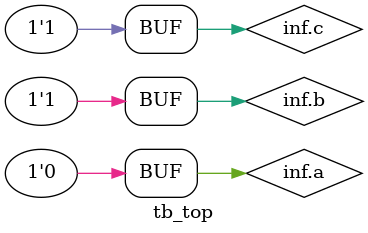
<source format=sv>
module half_addr(input a, b, output so, co);
  assign so = a ^ b;
  assign co = a & b;
endmodule

module full_adder(fa_if inf);
  wire s0, c0, c1;
  half_addr ha1 (inf.a, inf.b, s0, c0);
  half_addr ha2 (s0, inf.c, inf.s_out, c1);
  
  assign inf.c_out = c0 | c1;
endmodule

// Interface
interface fa_if;          
  logic a, b, c;
  logic s_out, c_out;
endinterface

// Testbench
module tb_top;           
  fa_if inf();
  full_adder fa(inf);
  
  initial begin
    $monitor("a=%b b=%b c=%b,sum=%b,carry=%b",inf.a,inf.b,inf.c,inf.s_out,inf.c_out);
    inf.a = 1; inf.b = 0; inf.c = 0;
    #1;inf.a = 1; inf.b = 1; inf.c = 1;
    #1;inf.a = 0; inf.b = 1; inf.c = 1;
  end
endmodule
/*
# KERNEL: a=1 b=0 c=0,sum=1,carry=0
# KERNEL: a=1 b=1 c=1,sum=1,carry=1
# KERNEL: a=0 b=1 c=1,sum=0,carry=1
# KERNEL: Simulation has finished. There are no more test vectors to simulate.
# VSIM: Simulation has finished.

</source>
